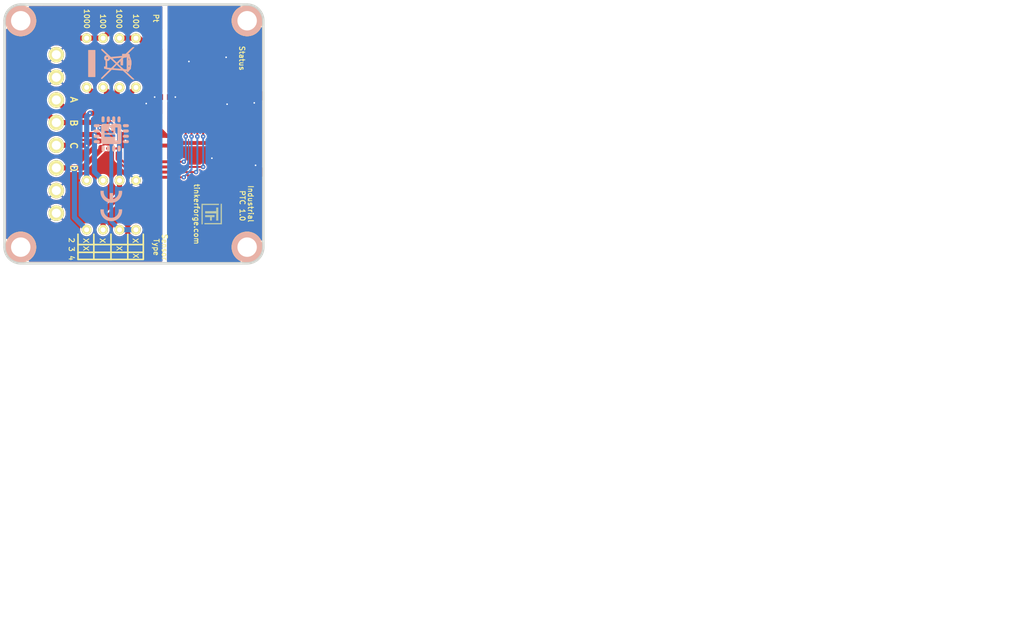
<source format=kicad_pcb>
(kicad_pcb (version 20211014) (generator pcbnew)
  (title_block (title "Industrial PTC Bricklet") (date "2022-12-12") (rev "1.1") (company "Tinkerforge GmbH") (comment 1 "Licensed under CERN OHL v.1.1") (comment 2 "Copyright (©) 2020, T.Schneidermann <tim@tinkerforge.com>"))
  (layers (0 "F.Cu" signal "Vorderseite") (31 "B.Cu" signal "Rückseite") (34 "B.Paste" user) (35 "F.Paste" user) (36 "B.SilkS" user "B.Silkscreen") (37 "F.SilkS" user "F.Silkscreen") (38 "B.Mask" user) (39 "F.Mask" user) (44 "Edge.Cuts" user))
  (net 0 "")
  (net 1 "AGND")
  (net 2 "FORCE+")
  (net 3 "FORCE-")
  (net 4 "FORCE2")
  (net 5 "GND")
  (net 6 "RTDIN+")
  (net 7 "RTDIN-")
  (net 8 "VCC")
  (net 9 "Net-(P1-Pad4)")
  (net 10 "Net-(P1-Pad5)")
  (net 11 "Net-(P1-Pad6)")
  (net 12 "Net-(C1-Pad1)")
  (net 13 "Net-(C6-Pad1)")
  (net 14 "Net-(C7-Pad2)")
  (net 15 "Net-(C8-Pad2)")
  (net 16 "Net-(D1-Pad2)")
  (net 17 "Net-(P2-Pad1)")
  (net 18 "Net-(P3-Pad2)")
  (net 19 "Net-(R1-Pad1)")
  (net 20 "Net-(R2-Pad2)")
  (net 21 "S-MISO")
  (net 22 "S-MOSI")
  (net 23 "S-CLK")
  (net 24 "S-CS")
  (net 25 "Net-(RP2-Pad1)")
  (net 26 "Net-(RP2-Pad2)")
  (net 27 "Net-(RP2-Pad3)")
  (net 28 "Net-(RP2-Pad4)")
  (net 29 "M-MISO")
  (net 30 "M-MOSI")
  (net 31 "M-CLK")
  (net 32 "M-CS")
  (net 34 "Net-(R2-Pad1)")
  (net 35 "Net-(R3-Pad1)")
  (net 36 "Net-(R4-Pad1)")
  (footprint "kicad-libraries:Logo_31x31" (layer "F.Cu") (at 158.5 100.75 -90)
    (fp_text reference "G***" hide)
    (fp_text value "Logo_31x31" hide)
  )
  (footprint "kicad-libraries:Fiducial_Mark" (layer "F.Cu") (at 132.9 71.95)
    (fp_text reference "Fiducial_Mark" hide)
    (fp_text value "VAL**" hide)
  )
  (footprint "kicad-libraries:DEBUG_PAD" (layer "F.Cu") (at 154.3 80.05)
    (fp_text reference "P2")
    (fp_text value "Debug")
  )
  (footprint "kicad-libraries:SolderJumper" (layer "F.Cu") (at 154.3 78.75)
    (fp_text reference "P3")
    (fp_text value "Boot")
  )
  (footprint "kicad-libraries:4X0402" (layer "F.Cu") (at 156.9 86.45)
    (fp_text reference "RP1")
    (fp_text value "82")
  )
  (footprint "kicad-libraries:QFN24-4x4mm-0.5mm" (layer "F.Cu") (at 157.7 81.3 180)
    (fp_text reference "U1")
    (fp_text value "XMC1100")
  )
  (footprint "kicad-libraries:C0402F" (layer "F.Cu") (at 158.6 86.45 90)
    (fp_text reference "C1")
    (fp_text value "220pF")
  )
  (footprint "kicad-libraries:C0805" (layer "F.Cu") (at 158.3 91.9 -90)
    (fp_text reference "C2")
    (fp_text value "10uF")
  )
  (footprint "kicad-libraries:C0603F" (layer "F.Cu") (at 156.9 92.1 -90)
    (fp_text reference "C3")
    (fp_text value "100nF")
  )
  (footprint "kicad-libraries:C0603F" (layer "F.Cu") (at 157.45 78.1)
    (fp_text reference "C4")
    (fp_text value "100nF")
  )
  (footprint "kicad-libraries:C0603F" (layer "F.Cu") (at 147.4 91 90)
    (fp_text reference "C5")
    (fp_text value "100nF")
  )
  (footprint "kicad-libraries:C0603F" (layer "F.Cu") (at 146.8 86.8 90)
    (fp_text reference "C6")
    (fp_text value "100nF")
  )
  (footprint "kicad-libraries:C0603F" (layer "F.Cu") (at 140.6 86 90)
    (fp_text reference "C7")
    (fp_text value "10nF")
  )
  (footprint "kicad-libraries:C0603F" (layer "F.Cu") (at 139.2 86 90)
    (fp_text reference "C8")
    (fp_text value "100nF")
  )
  (footprint "kicad-libraries:D0603F" (layer "F.Cu") (at 162 81.05)
    (fp_text reference "D1")
    (fp_text value "blue")
  )
  (footprint "kicad-libraries:R0603F" (layer "F.Cu") (at 148.8 88.35 90)
    (fp_text reference "FB2")
    (fp_text value "FB")
  )
  (footprint "kicad-libraries:CON-SENSOR2" (layer "F.Cu") (at 164.89902 89.9503 90)
    (fp_text reference "P1")
    (fp_text value "CON-SENSOR")
  )
  (footprint "kicad-libraries:R0603F" (layer "F.Cu") (at 162 82.45)
    (fp_text reference "R1")
    (fp_text value "1k")
  )
  (footprint "kicad-libraries:R0603F" (layer "F.Cu") (at 143.9 85.9 -90)
    (fp_text reference "R2")
    (fp_text value "390 0.1%")
  )
  (footprint "kicad-libraries:R0603F" (layer "F.Cu") (at 142.3 85.9 -90)
    (fp_text reference "R3")
    (fp_text value "3k9 0.1%")
  )
  (footprint "kicad-libraries:0603X4" (layer "F.Cu") (at 150.6 95.45 90)
    (fp_text reference "RP2")
    (fp_text value "100")
  )
  (footprint "kicad-libraries:QFN-20-5x5" (layer "F.Cu") (at 143.55026 90.8997 180)
    (fp_text reference "U2")
    (fp_text value "MAX31865")
  )
  (footprint "kicad-libraries:DRILL_NP" (layer "F.Cu") (at 162.4 107.45 90)
    (fp_text reference "U3" hide)
    (fp_text value "DRILL" hide)
  )
  (footprint "kicad-libraries:DRILL_NP" (layer "F.Cu") (at 127.4 107.45)
    (fp_text reference "U4" hide)
    (fp_text value "DRILL" hide)
  )
  (footprint "kicad-libraries:DRILL_NP" (layer "F.Cu") (at 127.4 72.45 90)
    (fp_text reference "U5" hide)
    (fp_text value "DRILL" hide)
  )
  (footprint "kicad-libraries:DRILL_NP" (layer "F.Cu") (at 162.4 72.45)
    (fp_text reference "U6" hide)
    (fp_text value "DRILL" hide)
  )
  (footprint "kicad-libraries:OQ_8P" (layer "F.Cu") (at 132.9 89.95 -90)
    (fp_text reference "P4")
    (fp_text value "CONN_01X08")
  )
  (footprint "kicad-libraries:R0603F" (layer "F.Cu") (at 149.7 84.25)
    (fp_text reference "FB1")
    (fp_text value "FB")
  )
  (footprint "kicad-libraries:SW_DIP_4_THT" (layer "F.Cu") (at 141.4 78.95 180)
    (fp_text reference "SW1")
    (fp_text value "SW_DIP_4")
  )
  (footprint "kicad-libraries:SW_DIP_4_THT" (layer "F.Cu") (at 141.4 100.95 180)
    (fp_text reference "SW2")
    (fp_text value "SW_DIP_4")
  )
  (footprint "kicad-libraries:Fiducial_Mark" (layer "F.Cu") (at 157.9 74.95)
    (fp_text reference "Fiducial_Mark" hide)
    (fp_text value "VAL**" hide)
  )
  (footprint "kicad-libraries:Fiducial_Mark" (layer "F.Cu") (at 132.9 106.95)
    (fp_text reference "Fiducial_Mark" hide)
    (fp_text value "VAL**" hide)
  )
  (footprint "kicad-libraries:R0603F" (layer "F.Cu") (at 148.7 75.3 90)
    (fp_text reference "R4")
    (fp_text value "10M")
  )
  (footprint "kicad-libraries:CE_5mm" (layer "B.Cu") (at 141.4 101.05 90)
    (fp_text reference "VAL" hide)
    (fp_text value "CE_5mm" hide)
  )
  (footprint "kicad-libraries:WEEE_7mm" (layer "B.Cu") (at 141.4 79.05 90)
    (fp_text reference "VAL" hide)
    (fp_text value "WEEE_7mm" hide)
  )
  (footprint "kicad-libraries:Logo_CoMCU" (layer "B.Cu") (at 141.4 89.95 90)
    (fp_text reference "G***" hide)
    (fp_text value "LOGO" hide)
  )
  (gr_line (start 136.25004 109.35) (end 146.34908 109.35) (layer "F.SilkS") (width 0.24892))
  (gr_line (start 146.34908 109.30036) (end 146.34908 105.45) (layer "F.SilkS") (width 0.24892))
  (gr_line (start 143.94878 109.30036) (end 143.94878 105.45) (layer "F.SilkS") (width 0.24892))
  (gr_line (start 136.25004 108.3504) (end 136.25004 108.2996) (layer "F.SilkS") (width 0.24892))
  (gr_line (start 146.34908 108.25) (end 136.25004 108.25) (layer "F.SilkS") (width 0.24892))
  (gr_line (start 141.35036 109.35116) (end 141.35036 105.45) (layer "F.SilkS") (width 0.24892))
  (gr_line (start 138.70114 109.30036) (end 138.70114 105.45) (layer "F.SilkS") (width 0.24892))
  (gr_line (start 136.25004 107.05) (end 146.34908 107.05) (layer "F.SilkS") (width 0.24892))
  (gr_line (start 136.25004 105.45) (end 136.25004 109.30036) (layer "F.SilkS") (width 0.24892))
  (gr_arc (start 124.8981 72.45) (mid 125.63089 70.68089) (end 127.4 69.9481) (layer "Edge.Cuts") (width 0.381))
  (gr_line (start 164.8984 72.45) (end 164.89936 107.45) (layer "Edge.Cuts") (width 0.381))
  (gr_line (start 124.90064 107.45) (end 124.8981 72.45) (layer "Edge.Cuts") (width 0.381))
  (gr_line (start 127.4 69.9481) (end 162.4 69.9516) (layer "Edge.Cuts") (width 0.381))
  (gr_line (start 162.4 109.95) (end 127.4 109.95) (layer "Edge.Cuts") (width 0.381))
  (gr_arc (start 164.89936 107.45) (mid 164.167314 109.217314) (end 162.4 109.94936) (layer "Edge.Cuts") (width 0.381))
  (gr_arc (start 162.4 69.9516) (mid 164.166636 70.683364) (end 164.8984 72.45) (layer "Edge.Cuts") (width 0.381))
  (gr_arc (start 127.4 109.94936) (mid 125.632686 109.217314) (end 124.90064 107.45) (layer "Edge.Cuts") (width 0.381))
  (gr_text "D" (at 135.6 95.25 270) (layer "F.SilkS") (effects (font (size 1.04902 1.04902) (thickness 0.2))))
  (gr_text "Status" (at 161.6 78.25 270) (layer "F.SilkS") (effects (font (size 0.8001 0.8001) (thickness 0.14986))))
  (gr_text "tinkerforge.com" (at 154.6 102.35 270) (layer "F.SilkS") (effects (font (size 0.8001 0.8001) (thickness 0.14986))))
  (gr_text "X" (at 140.1 106.45 90) (layer "F.SilkS") (effects (font (size 0.8001 0.8001) (thickness 0.14986))))
  (gr_text "100" (at 140.1 72.55 270) (layer "F.SilkS") (effects (font (size 0.8001 0.8001) (thickness 0.14986))))
  (gr_text "C" (at 135.6 91.75 270) (layer "F.SilkS") (effects (font (size 1.04902 1.04902) (thickness 0.2))))
  (gr_text "100" (at 145.2 72.55 270) (layer "F.SilkS") (effects (font (size 0.8001 0.8001) (thickness 0.14986))))
  (gr_text "X" (at 137.55052 106.45 90) (layer "F.SilkS") (effects (font (size 0.8001 0.8001) (thickness 0.14986))))
  (gr_text "X" (at 137.55052 107.65 90) (layer "F.SilkS") (effects (font (size 0.8001 0.8001) (thickness 0.14986))))
  (gr_text "X" (at 142.7 107.65 90) (layer "F.SilkS") (effects (font (size 0.8001 0.8001) (thickness 0.14986))))
  (gr_text "X" (at 145.2 106.45 90) (layer "F.SilkS") (effects (font (size 0.8001 0.8001) (thickness 0.14986))))
  (gr_text "Sensor\nType" (at 148.99924 107.45 270) (layer "F.SilkS") (effects (font (size 0.8001 0.8001) (thickness 0.14986))))
  (gr_text "B" (at 135.6 88.25 270) (layer "F.SilkS") (effects (font (size 1.04902 1.04902) (thickness 0.2))))
  (gr_text "A" (at 135.6 84.65 270) (layer "F.SilkS") (effects (font (size 1.04902 1.04902) (thickness 0.2))))
  (gr_text "X" (at 145.24926 108.79998 90) (layer "F.SilkS") (effects (font (size 0.8001 0.8001) (thickness 0.14986))))
  (gr_text "1000" (at 142.6 72.15 270) (layer "F.SilkS") (effects (font (size 0.8001 0.8001) (thickness 0.14986))))
  (gr_text "2 3 4" (at 135.24928 107.75096 270) (layer "F.SilkS") (effects (font (size 0.8001 0.8001) (thickness 0.14986))))
  (gr_text "Pt" (at 148.3 72.05 270) (layer "F.SilkS") (effects (font (size 0.8 0.8))))
  (gr_text "Industrial\n PTC 1.0" (at 162.3 100.75 270) (layer "F.SilkS") (effects (font (size 0.8001 0.8001) (thickness 0.14986))))
  (gr_text "1000" (at 137.6 72.15 270) (layer "F.SilkS") (effects (font (size 0.8001 0.8001) (thickness 0.14986))))
  (segment (start 145.93786 92.19764) (end 144.8482 92.19764) (width 0.29972) (layer "F.Cu") (net 1))
  (segment (start 145.93786 92.19764) (end 146.09788 92.19764) (width 0.29972) (layer "F.Cu") (net 1))
  (segment (start 144.8482 92.19764) (end 143.55026 90.8997) (width 0.29972) (layer "F.Cu") (net 1))
  (segment (start 142.25232 92.19764) (end 141.16266 92.19764) (width 0.29972) (layer "F.Cu") (net 1))
  (segment (start 148.95 84.25) (end 148.1 84.25) (width 0.8001) (layer "F.Cu") (net 1))
  (segment (start 146.8 86.05) (end 146.8 85.25) (width 0.8001) (layer "F.Cu") (net 1))
  (segment (start 142.25232 92.19764) (end 143.55026 90.8997) (width 0.29972) (layer "F.Cu") (net 1))
  (via (at 146.8 85.25) (size 0.7) (drill 0.25) (layers "F.Cu" "B.Cu") (net 1))
  (via (at 148.1 84.25) (size 0.7) (drill 0.25) (layers "F.Cu" "B.Cu") (net 1))
  (via (at 143.6 90.95) (size 0.7) (drill 0.25) (layers "F.Cu" "B.Cu") (net 1))
  (segment (start 142.67 99.48) (end 140.13 102.02) (width 0.8001) (layer "F.Cu") (net 2))
  (segment (start 142.25232 88.5121) (end 142.25232 88.45368) (width 0.29972) (layer "F.Cu") (net 2))
  (segment (start 141.3621 88.5121) (end 142.25232 88.5121) (width 0.29972) (layer "F.Cu") (net 2))
  (segment (start 132.9 84.69982) (end 136.360129 88.159949) (width 0.8001) (layer "F.Cu") (net 2))
  (segment (start 142.67 97.14) (end 142.67 99.48) (width 0.8001) (layer "F.Cu") (net 2))
  (segment (start 141.3 88.45) (end 141.3621 88.5121) (width 0.29972) (layer "F.Cu") (net 2))
  (segment (start 136.360129 88.159949) (end 141.009949 88.159949) (width 0.8001) (layer "F.Cu") (net 2))
  (segment (start 140.13 102.02) (end 140.13 104.76) (width 0.8001) (layer "F.Cu") (net 2))
  (segment (start 141.009949 88.159949) (end 141.3 88.45) (width 0.8001) (layer "F.Cu") (net 2))
  (via (at 141.3 88.45) (size 0.7) (drill 0.25) (layers "F.Cu" "B.Cu") (net 2))
  (segment (start 142.67 89.82) (end 141.3 88.45) (width 0.8001) (layer "B.Cu") (net 2))
  (segment (start 142.67 97.14) (end 142.67 89.82) (width 0.8001) (layer "B.Cu") (net 2))
  (segment (start 141.16266 91.5474) (end 140.2889 91.5474) (width 0.29972) (layer "F.Cu") (net 3))
  (segment (start 139.79315 92.04315) (end 139.79315 92.35685) (width 0.8001) (layer "F.Cu") (net 3))
  (segment (start 136.94982 95.20018) (end 136.194974 95.20018) (width 0.8001) (layer "F.Cu") (net 3))
  (segment (start 132.94982 95.25) (end 132.9 95.20018) (width 0.8001) (layer "F.Cu") (net 3))
  (segment (start 132.9 95.20018) (end 135.7 95.20018) (width 0.8001) (layer "F.Cu") (net 3))
  (segment (start 140.2889 91.5474) (end 139.6 92.2363) (width 0.29972) (layer "F.Cu") (net 3))
  (segment (start 136.194974 95.20018) (end 135.7 95.20018) (width 0.8001) (layer "F.Cu") (net 3))
  (segment (start 139.6 92.2363) (end 139.6 92.55) (width 0.29972) (layer "F.Cu") (net 3))
  (segment (start 139.79315 92.35685) (end 136.94982 95.20018) (width 0.8001) (layer "F.Cu") (net 3))
  (via (at 135.7 95.20018) (size 0.7) (drill 0.25) (layers "F.Cu" "B.Cu") (net 3))
  (segment (start 135.7 102.87) (end 135.7 95.20018) (width 0.8001) (layer "B.Cu") (net 3))
  (segment (start 137.59 104.76) (end 135.7 102.87) (width 0.8001) (layer "B.Cu") (net 3))
  (segment (start 141.16266 89.60176) (end 140.65176 89.60176) (width 0.29972) (layer "F.Cu") (net 4))
  (segment (start 139.6 89.05) (end 140.1 89.05) (width 0.59944) (layer "F.Cu") (net 4))
  (segment (start 140.65176 89.60176) (end 140.5 89.45) (width 0.29972) (layer "F.Cu") (net 4))
  (segment (start 140.1 89.05) (end 140.5 89.45) (width 0.59944) (layer "F.Cu") (net 4))
  (via (at 139.6 89.05) (size 0.7) (drill 0.25) (layers "F.Cu" "B.Cu") (net 4))
  (segment (start 141.4 90.85) (end 139.6 89.05) (width 0.59944) (layer "B.Cu") (net 4))
  (segment (start 141.4 103.49) (end 141.4 90.85) (width 0.59944) (layer "B.Cu") (net 4))
  (segment (start 145.21 104.76) (end 142.67 104.76) (width 0.8001) (layer "B.Cu") (net 4))
  (segment (start 142.67 104.76) (end 141.4 103.49) (width 0.59944) (layer "B.Cu") (net 4))
  (segment (start 158.85 85.8) (end 159.3 85.35) (width 0.59944) (layer "F.Cu") (net 5))
  (segment (start 163.69902 94.80098) (end 163.7 94.8) (width 0.59944) (layer "F.Cu") (net 5))
  (segment (start 157.95 78.35) (end 158.2 78.1) (width 0.29972) (layer "F.Cu") (net 5))
  (segment (start 157.95 80.25) (end 158.35 80.65) (width 0.29972) (layer "F.Cu") (net 5))
  (segment (start 159.4497 92.4503) (end 158.99924 92.90076) (width 0.8001) (layer "F.Cu") (net 5))
  (segment (start 158.99924 92.90076) (end 158.3 92.90076) (width 0.8001) (layer "F.Cu") (net 5))
  (segment (start 156.95076 92.90076) (end 156.9 92.85) (width 0.8001) (layer "F.Cu") (net 5))
  (segment (start 156.9 93.65) (end 156.95 93.7) (width 0.8001) (layer "F.Cu") (net 5))
  (segment (start 163.69902 84.95098) (end 163.5 85.15) (width 0.29972) (layer "F.Cu") (net 5))
  (segment (start 153.75 79.35) (end 153.75 78.8) (width 0.15) (layer "F.Cu") (net 5))
  (segment (start 153.8 78.75) (end 153.8 78.25) (width 0.15) (layer "F.Cu") (net 5))
  (segment (start 153.8 78.25) (end 154.05 78.25) (width 0.15) (layer "F.Cu") (net 5))
  (segment (start 154.05 78.25) (end 154.025 78.25) (width 0.15) (layer "F.Cu") (net 5))
  (segment (start 157.95 80.25) (end 158.35 80.65) (width 0.15) (layer "F.Cu") (net 5))
  (segment (start 158.85 85.8) (end 159.3 85.35) (width 0.29972) (layer "F.Cu") (net 5))
  (segment (start 157.95 81.55) (end 158.35 81.95) (width 0.29972) (layer "F.Cu") (net 5))
  (segment (start 159.05 85.35) (end 159.3 85.35) (width 0.29972) (layer "F.Cu") (net 5))
  (segment (start 157.95 78.35) (end 158.2 78.1) (width 0.29972) (layer "F.Cu") (net 5))
  (segment (start 158.2 78.1) (end 159.15 78.1) (width 0.59944) (layer "F.Cu") (net 5))
  (segment (start 153.75 78.8) (end 153.8 78.75) (width 0.15) (layer "F.Cu") (net 5))
  (segment (start 158.35 81.95) (end 158.35 80.65) (width 0.29972) (layer "F.Cu") (net 5))
  (segment (start 156.9 92.85) (end 156.9 93.65) (width 0.8001) (layer "F.Cu") (net 5))
  (segment (start 157.95 79.275) (end 157.95 80.25) (width 0.29972) (layer "F.Cu") (net 5))
  (segment (start 147.4 91.75) (end 147.4 92.79944) (width 0.59944) (layer "F.Cu") (net 5))
  (segment (start 150.9 91.75) (end 147.4 91.75) (width 0.59944) (layer "F.Cu") (net 5))
  (segment (start 157.95 79.275) (end 157.95 81.55) (width 0.29972) (layer "F.Cu") (net 5))
  (segment (start 157.95 79.275) (end 157.95 78.35) (width 0.29972) (layer "F.Cu") (net 5))
  (segment (start 158.6 85.8) (end 159.05 85.35) (width 0.29972) (layer "F.Cu") (net 5))
  (segment (start 156.9 92.85) (end 152 92.85) (width 0.59944) (layer "F.Cu") (net 5))
  (segment (start 152 92.85) (end 150.9 91.75) (width 0.59944) (layer "F.Cu") (net 5))
  (segment (start 157.05 81.95) (end 157.05 80.65) (width 0.29972) (layer "F.Cu") (net 5))
  (segment (start 153.75 78.8) (end 153.7 78.75) (width 0.29972) (layer "F.Cu") (net 5))
  (segment (start 154.025 79.35) (end 153.75 79.35) (width 0.15) (layer "F.Cu") (net 5))
  (segment (start 158.35 80.65) (end 157.05 80.65) (width 0.29972) (layer "F.Cu") (net 5))
  (segment (start 160.29902 92.4503) (end 159.4497 92.4503) (width 0.8001) (layer "F.Cu") (net 5))
  (segment (start 146.91214 93.2873) (end 145.1 93.2873) (width 0.59944) (layer "F.Cu") (net 5))
  (segment (start 153.7 78.75) (end 153.400002 78.75) (width 0.29972) (layer "F.Cu") (net 5))
  (segment (start 147.4 92.79944) (end 146.91214 93.2873) (width 0.59944) (layer "F.Cu") (net 5))
  (segment (start 150.45 84.25) (end 151.3 84.25) (width 0.8001) (layer "F.Cu") (net 5))
  (segment (start 163.69902 84.0503) (end 163.69902 84.95098) (width 0.29972) (layer "F.Cu") (net 5))
  (segment (start 158.35 81.95) (end 157.05 81.95) (width 0.29972) (layer "F.Cu") (net 5))
  (segment (start 163.69902 95.8503) (end 163.69902 94.80098) (width 0.59944) (layer "F.Cu") (net 5))
  (segment (start 159.15 78.1) (end 158.2 78.1) (width 0.29972) (layer "F.Cu") (net 5))
  (segment (start 158.3 92.90076) (end 156.95076 92.90076) (width 0.8001) (layer "F.Cu") (net 5))
  (segment (start 158.6 85.8) (end 158.85 85.8) (width 0.29972) (layer "F.Cu") (net 5))
  (via (at 156.95 93.7) (size 0.7) (drill 0.25) (layers "F.Cu" "B.Cu") (net 5))
  (via (at 151.3 84.25) (size 0.7) (drill 0.25) (layers "F.Cu" "B.Cu") (net 5))
  (via (at 153.400002 78.75) (size 0.55) (drill 0.25) (layers "F.Cu" "B.Cu") (net 5))
  (via (at 159.15 78.1) (size 0.7) (drill 0.25) (layers "F.Cu" "B.Cu") (net 5))
  (via (at 159.3 85.35) (size 0.7) (drill 0.25) (layers "F.Cu" "B.Cu") (net 5))
  (via (at 163.5 85.15) (size 0.7) (drill 0.25) (layers "F.Cu" "B.Cu") (net 5))
  (via (at 163.7 94.8) (size 0.7) (drill 0.25) (layers "F.Cu" "B.Cu") (net 5))
  (segment (start 136.447328 90.05) (end 139.4 90.05) (width 0.8001) (layer "F.Cu") (net 6))
  (segment (start 141.92 73.35) (end 147.5 73.35) (width 0.8001) (layer "F.Cu") (net 6))
  (segment (start 147.5 73.35) (end 148.7 74.55) (width 0.8001) (layer "F.Cu") (net 6))
  (segment (start 139.602 90.252) (end 141.16266 90.252) (width 0.29972) (layer "F.Cu") (net 6))
  (segment (start 134.597268 88.19994) (end 136.447328 90.05) (width 0.8001) (layer "F.Cu") (net 6))
  (segment (start 132.9 88.19994) (end 134.597268 88.19994) (width 0.8001) (layer "F.Cu") (net 6))
  (segment (start 140.13 75.14) (end 132.21 75.14) (width 0.8001) (layer "F.Cu") (net 6))
  (segment (start 140.13 75.14) (end 141.92 73.35) (width 0.8001) (layer "F.Cu") (net 6))
  (segment (start 130.7 85.99994) (end 132.9 88.19994) (width 0.8001) (layer "F.Cu") (net 6))
  (segment (start 139.4 90.05) (end 139.602 90.252) (width 0.29972) (layer "F.Cu") (net 6))
  (segment (start 130.7 76.65) (end 130.7 85.99994) (width 0.8001) (layer "F.Cu") (net 6))
  (segment (start 132.21 75.14) (end 130.7 76.65) (width 0.8001) (layer "F.Cu") (net 6))
  (via (at 138.8 90.05) (size 0.7) (drill 0.25) (layers "F.Cu" "B.Cu") (net 6))
  (segment (start 140.13 97.14) (end 138.8 95.81) (width 0.8001) (layer "B.Cu") (net 6))
  (segment (start 138.8 95.81) (end 138.8 90.05) (width 0.8001) (layer "B.Cu") (net 6))
  (segment (start 137.949999 91.400001) (end 137.6 91.75) (width 0.8001) (layer "F.Cu") (net 7))
  (segment (start 139.7503 90.8997) (end 139.7 90.95) (width 0.29972) (layer "F.Cu") (net 7))
  (segment (start 141.16266 90.8997) (end 139.7503 90.8997) (width 0.29972) (layer "F.Cu") (net 7))
  (segment (start 138.3 91.05) (end 137.949999 91.400001) (width 0.8001) (layer "F.Cu") (net 7))
  (segment (start 132.9 91.70006) (end 137.55006 91.70006) (width 0.8001) (layer "F.Cu") (net 7))
  (segment (start 139.6 91.05) (end 138.3 91.05) (width 0.8001) (layer "F.Cu") (net 7))
  (segment (start 140.6 86.75) (end 138.1 86.75) (width 0.8001) (layer "F.Cu") (net 7))
  (segment (start 137.55006 91.70006) (end 137.6 91.75) (width 0.8001) (layer "F.Cu") (net 7))
  (via (at 137.6 91.75) (size 0.7) (drill 0.25) (layers "F.Cu" "B.Cu") (net 7))
  (via (at 138.1 86.75) (size 0.7) (drill 0.25) (layers "F.Cu" "B.Cu") (net 7))
  (segment (start 137.59 97.14) (end 137.6 97.13) (width 0.8001) (layer "B.Cu") (net 7))
  (segment (start 137.6 97.13) (end 137.6 91.75) (width 0.8001) (layer "B.Cu") (net 7))
  (segment (start 138.1 86.75) (end 137.6 87.25) (width 0.8001) (layer "B.Cu") (net 7))
  (segment (start 137.6 87.25) (end 137.6 91.75) (width 0.8001) (layer "B.Cu") (net 7))
  (segment (start 157.45 78.7) (end 156.85 78.1) (width 0.29972) (layer "F.Cu") (net 8))
  (segment (start 156.85 78.1) (end 156.7 78.1) (width 0.29972) (layer "F.Cu") (net 8))
  (segment (start 157.35 91.35) (end 157.80076 90.89924) (width 0.59944) (layer "F.Cu") (net 8))
  (segment (start 157.80076 90.89924) (end 158.3 90.89924) (width 0.59944) (layer "F.Cu") (net 8))
  (segment (start 159.3503 91.2003) (end 159.04924 90.89924) (width 0.59944) (layer "F.Cu") (net 8))
  (segment (start 159.04924 90.89924) (end 158.3 90.89924) (width 0.59944) (layer "F.Cu") (net 8))
  (segment (start 156 76.85) (end 153.3 76.85) (width 0.59944) (layer "F.Cu") (net 8))
  (segment (start 159.484999 77.434999) (end 156.765001 77.434999) (width 0.15) (layer "F.Cu") (net 8))
  (segment (start 156.7 77.55) (end 156 76.85) (width 0.59944) (layer "F.Cu") (net 8))
  (segment (start 150 90.25) (end 151.4 90.25) (width 0.59944) (layer "F.Cu") (net 8))
  (segment (start 156.7 78.1) (end 156.7 77.55) (width 0.59944) (layer "F.Cu") (net 8))
  (segment (start 147.44916 90.30026) (end 145.98612 90.30026) (width 0.29972) (layer "F.Cu") (net 8))
  (segment (start 157.45 79.275) (end 157.45 78.7) (width 0.29972) (layer "F.Cu") (net 8))
  (segment (start 152.2 77.95) (end 152.2 85.05) (width 0.59944) (layer "F.Cu") (net 8))
  (segment (start 147.4 90.25) (end 151.4 90.25) (width 0.59944) (layer "F.Cu") (net 8))
  (segment (start 151.4 90.25) (end 152.5 91.35) (width 0.59944) (layer "F.Cu") (net 8))
  (segment (start 156.9 91.35) (end 157.35 91.35) (width 0.59944) (layer "F.Cu") (net 8))
  (segment (start 152.5 91.35) (end 156.9 91.35) (width 0.59944) (layer "F.Cu") (net 8))
  (segment (start 161.25 81.05) (end 161.25 79.2) (width 0.15) (layer "F.Cu") (net 8))
  (segment (start 151.4 85.85) (end 151.4 90.25) (width 0.59944) (layer "F.Cu") (net 8))
  (segment (start 149.95 90.25) (end 150 90.25) (width 0.59944) (layer "F.Cu") (net 8))
  (segment (start 160.29902 91.2003) (end 159.3503 91.2003) (width 0.59944) (layer "F.Cu") (net 8))
  (segment (start 153.3 76.85) (end 152.2 77.95) (width 0.59944) (layer "F.Cu") (net 8))
  (segment (start 161.25 79.2) (end 159.484999 77.434999) (width 0.15) (layer "F.Cu") (net 8))
  (segment (start 156.765001 77.434999) (end 156.7 77.5) (width 0.15) (layer "F.Cu") (net 8))
  (segment (start 148.8 89.1) (end 149.95 90.25) (width 0.59944) (layer "F.Cu") (net 8))
  (segment (start 156.7 77.5) (end 156.7 78.1) (width 0.15) (layer "F.Cu") (net 8))
  (segment (start 145.98612 90.30026) (end 145.93786 90.252) (width 0.29972) (layer "F.Cu") (net 8))
  (segment (start 152.2 85.05) (end 151.4 85.85) (width 0.59944) (layer "F.Cu") (net 8))
  (segment (start 156.1507 87.8007) (end 157.65 89.3) (width 0.15) (layer "F.Cu") (net 9))
  (segment (start 157.65 89.3) (end 158.6 89.3) (width 0.15) (layer "F.Cu") (net 9))
  (segment (start 158.6 89.3) (end 159.2503 89.9503) (width 0.15) (layer "F.Cu") (net 9))
  (segment (start 159.2503 89.9503) (end 160.29902 89.9503) (width 0.15) (layer "F.Cu") (net 9))
  (segment (start 156.1507 87.025) (end 156.1507 87.8007) (width 0.15) (layer "F.Cu") (net 9))
  (segment (start 156.65108 87.65108) (end 157.7003 88.7003) (width 0.15) (layer "F.Cu") (net 10))
  (segment (start 157.7003 88.7003) (end 160.29902 88.7003) (width 0.15) (layer "F.Cu") (net 10))
  (segment (start 156.65108 87.025) (end 156.65108 87.65108) (width 0.15) (layer "F.Cu") (net 10))
  (segment (start 157.14892 87.44892) (end 157.45 87.75) (width 0.15) (layer "F.Cu") (net 11))
  (segment (start 157.45 87.75) (end 159.1 87.75) (width 0.15) (layer "F.Cu") (net 11))
  (segment (start 159.1 87.75) (end 159.3997 87.4503) (width 0.15) (layer "F.Cu") (net 11))
  (segment (start 159.3997 87.4503) (end 160.29902 87.4503) (width 0.15) (layer "F.Cu") (net 11))
  (segment (start 157.14892 87.025) (end 157.14892 87.44892) (width 0.15) (layer "F.Cu") (net 11))
  (segment (start 160.12382 87.45094) (end 160.10096 87.45094) (width 0.29972) (layer "F.Cu") (net 11))
  (segment (start 158.85 87.1) (end 159.7497 86.2003) (width 0.15) (layer "F.Cu") (net 12))
  (segment (start 159.7497 86.2003) (end 160.29902 86.2003) (width 0.15) (layer "F.Cu") (net 12))
  (segment (start 157.7243 87.1) (end 157.6493 87.025) (width 0.15) (layer "F.Cu") (net 12))
  (segment (start 158.6 87.1) (end 158.85 87.1) (width 0.15) (layer "F.Cu") (net 12))
  (segment (start 160.29902 86.2003) (end 159.5997 86.2003) (width 0.15) (layer "F.Cu") (net 12))
  (segment (start 158.6 87.1) (end 157.7243 87.1) (width 0.15) (layer "F.Cu") (net 12))
  (segment (start 146.14824 89.60176) (end 145.93786 89.60176) (width 0.29972) (layer "F.Cu") (net 13))
  (segment (start 148.8 87.6) (end 148.7992 87.5992) (width 0.8001) (layer "F.Cu") (net 13))
  (segment (start 146.8 87.55) (end 146.8 88.95) (width 0.59944) (layer "F.Cu") (net 13))
  (segment (start 146.8 88.95) (end 146.6 89.15) (width 0.59944) (layer "F.Cu") (net 13))
  (segment (start 148.7992 87.5992) (end 146.84872 87.5992) (width 0.8001) (layer "F.Cu") (net 13))
  (segment (start 145.93786 89.60176) (end 146.09824 89.60176) (width 0.29972) (layer "F.Cu") (net 13))
  (segment (start 146.8 88.95) (end 146.14824 89.60176) (width 0.29972) (layer "F.Cu") (net 13))
  (segment (start 140.64958 85.299) (end 140.64958 83.27958) (width 0.8001) (layer "F.Cu") (net 14))
  (segment (start 140.64958 83.27958) (end 140.13 82.76) (width 0.8001) (layer "F.Cu") (net 14))
  (segment (start 137.71 82.76) (end 139.2 84.25) (width 0.8001) (layer "F.Cu") (net 15))
  (segment (start 137.59 82.76) (end 137.71 82.76) (width 0.8001) (layer "F.Cu") (net 15))
  (segment (start 139.2 84.25) (end 139.2 85.25) (width 0.8001) (layer "F.Cu") (net 15))
  (segment (start 162.75 81.05) (end 162.75 82.45) (width 0.15) (layer "F.Cu") (net 16))
  (segment (start 155.4 80.05) (end 154.3 80.05) (width 0.15) (layer "F.Cu") (net 17))
  (segment (start 155.675 80.05) (end 155.4 80.05) (width 0.15) (layer "F.Cu") (net 17))
  (segment (start 154.634999 78.934999) (end 154.45 78.75) (width 0.15) (layer "F.Cu") (net 18))
  (segment (start 154.765001 79.065001) (end 154.765001 78.977999) (width 0.15) (layer "F.Cu") (net 18))
  (segment (start 154.722001 78.934999) (end 154.634999 78.934999) (width 0.15) (layer "F.Cu") (net 18))
  (segment (start 156.425 79.25) (end 154.95 79.25) (width 0.15) (layer "F.Cu") (net 18))
  (segment (start 154.95 79.25) (end 154.765001 79.065001) (width 0.15) (layer "F.Cu") (net 18))
  (segment (start 154.765001 78.977999) (end 154.722001 78.934999) (width 0.15) (layer "F.Cu") (net 18))
  (segment (start 156.45 79.275) (end 156.425 79.25) (width 0.15) (layer "F.Cu") (net 18))
  (segment (start 160.25 82.05) (end 159.725 82.05) (width 0.15) (layer "F.Cu") (net 19))
  (segment (start 161.25 82.45) (end 160.65 82.45) (width 0.15) (layer "F.Cu") (net 19))
  (segment (start 160.65 82.45) (end 160.25 82.05) (width 0.15) (layer "F.Cu") (net 19))
  (segment (start 143.9 86.65) (end 143.9 87.15) (width 0.59944) (layer "F.Cu") (net 20))
  (segment (start 142.3 86.65) (end 142.3 86.85) (width 0.59944) (layer "F.Cu") (net 20))
  (segment (start 142.90256 88.5121) (end 142.9 87.45) (width 0.29972) (layer "F.Cu") (net 20))
  (segment (start 143.9 86.65) (end 142.3 86.65) (width 0.59944) (layer "F.Cu") (net 20))
  (segment (start 142.90256 87.30052) (end 142.50124 86.8992) (width 0.29972) (layer "F.Cu") (net 20))
  (segment (start 143.9 87.15) (end 143.55026 87.49974) (width 0.59944) (layer "F.Cu") (net 20))
  (segment (start 142.3 86.85) (end 142.9 87.45) (width 0.59944) (layer "F.Cu") (net 20))
  (segment (start 143.55026 88.5121) (end 143.55026 87.49974) (width 0.29972) (layer "F.Cu") (net 20))
  (segment (start 142.9 87.45) (end 142.90256 87.30052) (width 0.29972) (layer "F.Cu") (net 20))
  (segment (start 159.725 83.925) (end 158.45 85.2) (width 0.15) (layer "F.Cu") (net 21))
  (segment (start 158.45 85.2) (end 158.05 85.2) (width 0.15) (layer "F.Cu") (net 21))
  (segment (start 158.05 85.2) (end 157.6493 85.6007) (width 0.15) (layer "F.Cu") (net 21))
  (segment (start 157.6493 85.6007) (end 157.6493 85.875) (width 0.15) (layer "F.Cu") (net 21))
  (segment (start 159.725 82.75) (end 159.725 83.925) (width 0.15) (layer "F.Cu") (net 21))
  (segment (start 159.725 82.55) (end 159.725 83.925) (width 0.15) (layer "F.Cu") (net 21))
  (segment (start 158.95 84.2) (end 158.3 84.85) (width 0.15) (layer "F.Cu") (net 22))
  (segment (start 158.3 84.85) (end 157.85 84.85) (width 0.15) (layer "F.Cu") (net 22))
  (segment (start 157.85 84.85) (end 157.14892 85.55108) (width 0.15) (layer "F.Cu") (net 22))
  (segment (start 157.14892 85.55108) (end 157.14892 85.875) (width 0.15) (layer "F.Cu") (net 22))
  (segment (start 158.95 83.525) (end 158.95 84.2) (width 0.15) (layer "F.Cu") (net 22))
  (segment (start 158.45 84.15) (end 158.1 84.5) (width 0.15) (layer "F.Cu") (net 23))
  (segment (start 158.1 84.5) (end 157.7 84.5) (width 0.15) (layer "F.Cu") (net 23))
  (segment (start 157.7 84.5) (end 156.65108 85.54892) (width 0.15) (layer "F.Cu") (net 23))
  (segment (start 156.65108 85.54892) (end 156.65108 85.875) (width 0.15) (layer "F.Cu") (net 23))
  (segment (start 158.45 83.525) (end 158.45 84.15) (width 0.15) (layer "F.Cu") (net 23))
  (segment (start 157.95 83.95) (end 157.75 84.15) (width 0.15) (layer "F.Cu") (net 24))
  (segment (start 157.75 84.15) (end 157.55 84.15) (width 0.15) (layer "F.Cu") (net 24))
  (segment (start 157.55 84.15) (end 156.1507 85.5493) (width 0.15) (layer "F.Cu") (net 24))
  (segment (start 156.1507 85.5493) (end 156.1507 85.875) (width 0.15) (layer "F.Cu") (net 24))
  (segment (start 157.95 83.325) (end 157.95 83.95) (width 0.15) (layer "F.Cu") (net 24))
  (segment (start 144.19796 93.2873) (end 144.19796 93.90684) (width 0.29972) (layer "F.Cu") (net 25))
  (segment (start 148.9998 94.25112) (end 149.7491 94.25112) (width 0.29972) (layer "F.Cu") (net 25))
  (segment (start 144.19796 93.90684) (end 144.54224 94.25112) (width 0.29972) (layer "F.Cu") (net 25))
  (segment (start 144.54224 94.25112) (end 148.9998 94.25112) (width 0.29972) (layer "F.Cu") (net 25))
  (segment (start 148.79858 94.85) (end 148.9998 95.05122) (width 0.29972) (layer "F.Cu") (net 26))
  (segment (start 143.55026 93.2873) (end 143.55026 93.90938) (width 0.29972) (layer "F.Cu") (net 26))
  (segment (start 148.9998 95.05122) (end 149.7491 95.05122) (width 0.29972) (layer "F.Cu") (net 26))
  (segment (start 144.49088 94.85) (end 148.79858 94.85) (width 0.29972) (layer "F.Cu") (net 26))
  (segment (start 143.55026 93.90938) (end 144.49088 94.85) (width 0.29972) (layer "F.Cu") (net 26))
  (segment (start 142.90256 93.883553) (end 144.509958 95.490951) (width 0.29972) (layer "F.Cu") (net 27))
  (segment (start 148.9998 95.84878) (end 149.7491 95.84878) (width 0.29972) (layer "F.Cu") (net 27))
  (segment (start 144.509958 95.490951) (end 148.641971 95.490951) (width 0.29972) (layer "F.Cu") (net 27))
  (segment (start 148.641971 95.490951) (end 148.9998 95.84878) (width 0.29972) (layer "F.Cu") (net 27))
  (segment (start 142.90256 93.2873) (end 142.90256 93.883553) (width 0.29972) (layer "F.Cu") (net 27))
  (segment (start 144.29548 95.95) (end 148.1 95.95) (width 0.29972) (layer "F.Cu") (net 28))
  (segment (start 142.25232 93.90684) (end 144.29548 95.95) (width 0.29972) (layer "F.Cu") (net 28))
  (segment (start 148.79888 96.64888) (end 149.7491 96.64888) (width 0.29972) (layer "F.Cu") (net 28))
  (segment (start 148.1 95.95) (end 148.79888 96.64888) (width 0.29972) (layer "F.Cu") (net 28))
  (segment (start 142.25232 93.2873) (end 142.25232 93.90684) (width 0.29972) (layer "F.Cu") (net 28))
  (segment (start 154.3 82.05) (end 152.9 83.45) (width 0.29972) (layer "F.Cu") (net 29))
  (segment (start 152.9 83.45) (end 152.9 90.35) (width 0.29972) (layer "F.Cu") (net 29))
  (segment (start 151.45202 94.25) (end 151.4509 94.25112) (width 0.29972) (layer "F.Cu") (net 29))
  (segment (start 152.6 94.25) (end 151.45202 94.25) (width 0.29972) (layer "F.Cu") (net 29))
  (segment (start 155.675 82.05) (end 154.3 82.05) (width 0.29972) (layer "F.Cu") (net 29))
  (via (at 152.6 94.25) (size 0.7) (drill 0.25) (layers "F.Cu" "B.Cu") (net 29))
  (via (at 152.9 90.35) (size 0.7) (drill 0.25) (layers "F.Cu" "B.Cu") (net 29))
  (segment (start 152.9 90.35) (end 152.9 93.95) (width 0.29972) (layer "B.Cu") (net 29))
  (segment (start 152.9 93.95) (end 152.6 94.25) (width 0.29972) (layer "B.Cu") (net 29))
  (segment (start 153.8 83.55) (end 153.8 90.35) (width 0.29972) (layer "F.Cu") (net 30))
  (segment (start 155.675 82.55) (end 155.3 82.55) (width 0.15) (layer "F.Cu") (net 30))
  (segment (start 154.8 82.55) (end 153.8 83.55) (width 0.29972) (layer "F.Cu") (net 30))
  (segment (start 155.675 82.55) (end 154.8 82.55) (width 0.29972) (layer "F.Cu") (net 30))
  (segment (start 151.45202 96.65) (end 151.4509 96.64888) (width 0.29972) (layer "F.Cu") (net 30))
  (segment (start 152.6 96.65) (end 151.45202 96.65) (width 0.29972) (layer "F.Cu") (net 30))
  (via (at 152.6 96.65) (size 0.7) (drill 0.25) (layers "F.Cu" "B.Cu") (net 30))
  (via (at 153.8 90.35) (size 0.7) (drill 0.25) (layers "F.Cu" "B.Cu") (net 30))
  (segment (start 153.8 95.45) (end 152.6 96.65) (width 0.29972) (layer "B.Cu") (net 30))
  (segment (start 153.8 90.844974) (end 153.8 95.45) (width 0.29972) (layer "B.Cu") (net 30))
  (segment (start 153.8 90.35) (end 153.8 90.844974) (width 0.29972) (layer "B.Cu") (net 30))
  (segment (start 156.45 83.4) (end 154.7 85.15) (width 0.29972) (layer "F.Cu") (net 31))
  (segment (start 156.45 83.325) (end 156.45 83.7) (width 0.15) (layer "F.Cu") (net 31))
  (segment (start 156.45 83.325) (end 156.45 83.4) (width 0.29972) (layer "F.Cu") (net 31))
  (segment (start 151.45212 95.85) (end 151.4509 95.84878) (width 0.29972) (layer "F.Cu") (net 31))
  (segment (start 154.5 95.85) (end 151.45212 95.85) (width 0.29972) (layer "F.Cu") (net 31))
  (segment (start 154.7 85.15) (end 154.7 90.35) (width 0.29972) (layer "F.Cu") (net 31))
  (via (at 154.7 90.35) (size 0.7) (drill 0.25) (layers "F.Cu" "B.Cu") (net 31))
  (via (at 154.5 95.85) (size 0.7) (drill 0.25) (layers "F.Cu" "B.Cu") (net 31))
  (segment (start 154.7 90.35) (end 154.7 95.65) (width 0.29972) (layer "B.Cu") (net 31))
  (segment (start 154.7 95.65) (end 154.5 95.85) (width 0.29972) (layer "B.Cu") (net 31))
  (segment (start 155.6 95.05) (end 151.45212 95.05) (width 0.29972) (layer "F.Cu") (net 32))
  (segment (start 156.95 83.325) (end 156.95 84) (width 0.29972) (layer "F.Cu") (net 32))
  (segment (start 156.95 84) (end 155.6 85.35) (width 0.29972) (layer "F.Cu") (net 32))
  (segment (start 151.45212 95.05) (end 151.4509 95.05122) (width 0.29972) (layer "F.Cu") (net 32))
  (segment (start 155.6 85.35) (end 155.6 90.35) (width 0.29972) (layer "F.Cu") (net 32))
  (via (at 155.6 95.05) (size 0.7) (drill 0.25) (layers "F.Cu" "B.Cu") (net 32))
  (via (at 155.6 90.35) (size 0.7) (drill 0.25) (layers "F.Cu" "B.Cu") (net 32))
  (segment (start 155.6 90.35) (end 155.6 95.05) (width 0.29972) (layer "B.Cu") (net 32))
  (segment (start 143.9 84.89924) (end 143.9 84.07) (width 0.8001) (layer "F.Cu") (net 34))
  (segment (start 143.9 84.07) (end 145.21 82.76) (width 0.8001) (layer "F.Cu") (net 34))
  (segment (start 142.3 84.89924) (end 142.3 83.13) (width 0.8001) (layer "F.Cu") (net 35))
  (segment (start 142.3 83.13) (end 142.67 82.76) (width 0.8001) (layer "F.Cu") (net 35))
  (segment (start 145.4 84.85) (end 147.5 82.75) (width 0.8001) (layer "F.Cu") (net 36))
  (segment (start 147.5 76.95) (end 145.69 75.14) (width 0.8001) (layer "F.Cu") (net 36))
  (segment (start 145.69 75.14) (end 145.21 75.14) (width 0.8001) (layer "F.Cu") (net 36))
  (segment (start 148.4 76.05) (end 148.7 76.05) (width 0.8001) (layer "F.Cu") (net 36))
  (segment (start 147.5 82.75) (end 147.5 76.95) (width 0.8001) (layer "F.Cu") (net 36))
  (segment (start 144.8482 88.5121) (end 145.4 87.9603) (width 0.59944) (layer "F.Cu") (net 36))
  (segment (start 142.67 75.14) (end 145.21 75.14) (width 0.8001) (layer "F.Cu") (net 36))
  (segment (start 145.4 87.9603) (end 145.4 84.85) (width 0.8001) (layer "F.Cu") (net 36))
  (segment (start 147.5 76.95) (end 148.4 76.05) (width 0.8001) (layer "F.Cu") (net 36))
  (segment (start 144.19796 88.5121) (end 144.8482 88.5121) (width 0.29972) (layer "F.Cu") (net 36))
  (zone (net 5) (net_name "GND") (layer "F.Cu") (connect_pads (clearance 0.2)) (min_thickness 0.15) (fill yes (thermal_gap 0.24892) (thermal_bridge_width 0.25908))
    (polygon (pts (xy 164.9 109.95) (xy 164.9 69.95) (xy 150.1 69.95) (xy 150 109.95)))
  )
  (zone (net 1) (net_name "AGND") (layer "F.Cu") (connect_pads (clearance 0.24892)) (min_thickness 0.254) (fill yes (thermal_gap 0.24892) (thermal_bridge_width 0.25908))
    (polygon (pts (xy 149.3 109.95) (xy 149.3 69.95) (xy 124.9 69.95) (xy 124.9 109.95)))
  )
  (zone (net 1) (net_name "AGND") (layer "B.Cu") (connect_pads (clearance 0.24892)) (min_thickness 0.254) (fill yes (thermal_gap 0.24892) (thermal_bridge_width 0.25908))
    (polygon (pts (xy 149.3012 109.95) (xy 149.3012 69.99986) (xy 124.89942 69.95) (xy 124.89942 109.95)))
  )
  (zone (net 5) (net_name "GND") (layer "B.Cu") (connect_pads (clearance 0.2)) (min_thickness 0.15) (fill yes (thermal_gap 0.24892) (thermal_bridge_width 0.25908))
    (polygon (pts (xy 164.9 109.95) (xy 164.9 69.95) (xy 150.09876 69.99986) (xy 149.99907 109.95)))
  )
)
</source>
